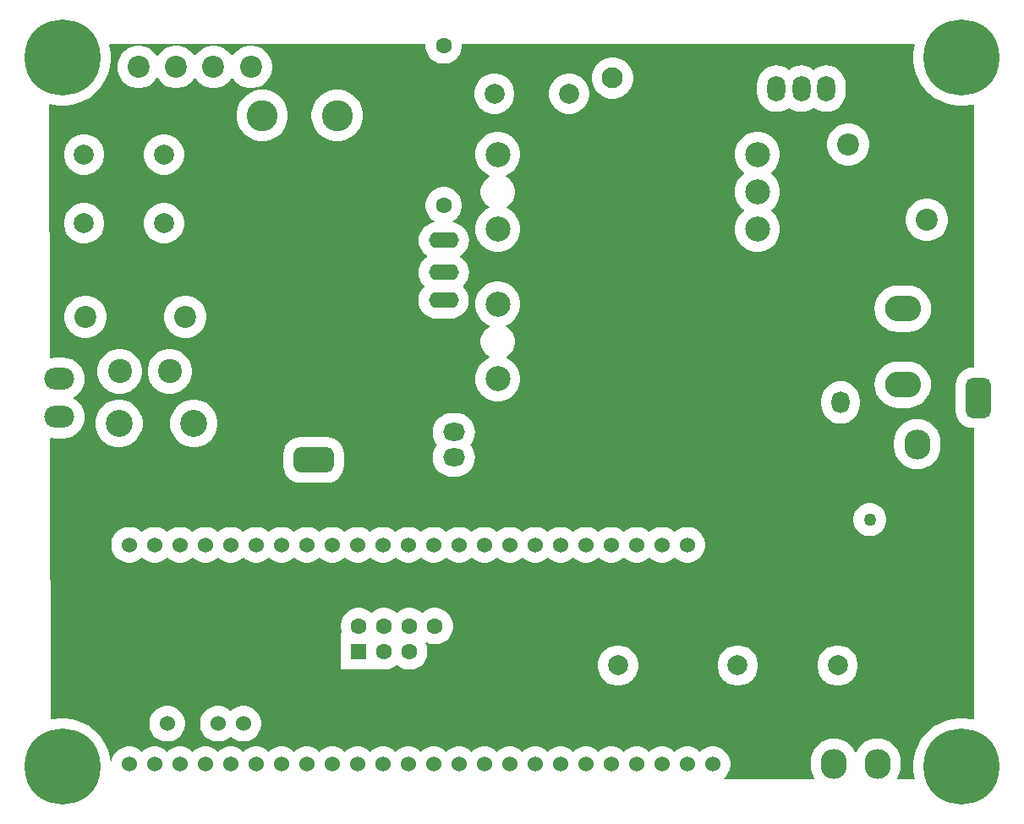
<source format=gtl>
G04*
G04 #@! TF.GenerationSoftware,Altium Limited,Altium Designer,22.3.1 (43)*
G04*
G04 Layer_Physical_Order=1*
G04 Layer_Color=255*
%FSLAX25Y25*%
%MOIN*%
G70*
G04*
G04 #@! TF.SameCoordinates,C0646150-8C3F-47E1-8FD3-6E96B4F631F1*
G04*
G04*
G04 #@! TF.FilePolarity,Positive*
G04*
G01*
G75*
%ADD49C,0.09449*%
%ADD50C,0.06000*%
%ADD51O,0.08661X0.07087*%
%ADD52C,0.12205*%
%ADD53O,0.07087X0.08661*%
%ADD54C,0.08661*%
%ADD55C,0.08661*%
%ADD56C,0.10630*%
%ADD57C,0.07874*%
%ADD58C,0.09843*%
%ADD59O,0.07087X0.10236*%
%ADD60O,0.11811X0.06299*%
%ADD61O,0.14173X0.10236*%
%ADD62C,0.06299*%
%ADD63O,0.10236X0.11811*%
%ADD64C,0.08268*%
%ADD65C,0.30000*%
%ADD66C,0.04000*%
%ADD67C,0.06300*%
%ADD68R,0.06300X0.06300*%
%ADD69C,0.07874*%
%ADD70O,0.11811X0.08661*%
G04:AMPARAMS|DCode=71|XSize=157.48mil|YSize=98.43mil|CornerRadius=24.61mil|HoleSize=0mil|Usage=FLASHONLY|Rotation=180.000|XOffset=0mil|YOffset=0mil|HoleType=Round|Shape=RoundedRectangle|*
%AMROUNDEDRECTD71*
21,1,0.15748,0.04921,0,0,180.0*
21,1,0.10827,0.09843,0,0,180.0*
1,1,0.04921,-0.05413,0.02461*
1,1,0.04921,0.05413,0.02461*
1,1,0.04921,0.05413,-0.02461*
1,1,0.04921,-0.05413,-0.02461*
%
%ADD71ROUNDEDRECTD71*%
G04:AMPARAMS|DCode=72|XSize=157.48mil|YSize=98.43mil|CornerRadius=24.61mil|HoleSize=0mil|Usage=FLASHONLY|Rotation=90.000|XOffset=0mil|YOffset=0mil|HoleType=Round|Shape=RoundedRectangle|*
%AMROUNDEDRECTD72*
21,1,0.15748,0.04921,0,0,90.0*
21,1,0.10827,0.09843,0,0,90.0*
1,1,0.04921,0.02461,0.05413*
1,1,0.04921,0.02461,-0.05413*
1,1,0.04921,-0.02461,-0.05413*
1,1,0.04921,-0.02461,0.05413*
%
%ADD72ROUNDEDRECTD72*%
%ADD73C,0.05000*%
G36*
X353679Y302103D02*
X353372Y300959D01*
X353047Y298489D01*
Y295999D01*
X353372Y293529D01*
X354017Y291124D01*
X354970Y288823D01*
X356215Y286666D01*
X357732Y284690D01*
X359493Y282928D01*
X361469Y281412D01*
X363626Y280167D01*
X365927Y279214D01*
X368333Y278569D01*
X370802Y278244D01*
X373292D01*
X375762Y278569D01*
X376603Y278795D01*
X377000Y278490D01*
Y174966D01*
X376378D01*
X375112Y174841D01*
X373894Y174472D01*
X372771Y173872D01*
X371788Y173064D01*
X370980Y172081D01*
X370380Y170958D01*
X370011Y169740D01*
X369886Y168474D01*
Y157647D01*
X370011Y156381D01*
X370380Y155163D01*
X370980Y154041D01*
X371788Y153057D01*
X372771Y152249D01*
X373894Y151649D01*
X375112Y151280D01*
X376378Y151155D01*
X377000D01*
Y36470D01*
X376603Y36166D01*
X375762Y36391D01*
X373292Y36717D01*
X370802D01*
X368333Y36391D01*
X365927Y35747D01*
X363626Y34794D01*
X361469Y33549D01*
X359493Y32032D01*
X357732Y30271D01*
X356215Y28295D01*
X354970Y26138D01*
X354017Y23837D01*
X353372Y21431D01*
X353047Y18962D01*
Y16471D01*
X353372Y14002D01*
X353668Y12897D01*
X353364Y12500D01*
X346832D01*
X346660Y13000D01*
X347465Y14506D01*
X347986Y16225D01*
X348162Y18013D01*
Y19587D01*
X347986Y21375D01*
X347465Y23094D01*
X346618Y24678D01*
X345479Y26066D01*
X344090Y27206D01*
X342506Y28052D01*
X340788Y28574D01*
X339000Y28750D01*
X337213Y28574D01*
X335494Y28052D01*
X333910Y27206D01*
X332521Y26066D01*
X331382Y24678D01*
X330683Y23371D01*
X330117D01*
X329418Y24678D01*
X328279Y26066D01*
X326890Y27206D01*
X325306Y28052D01*
X323587Y28574D01*
X321800Y28750D01*
X320013Y28574D01*
X318294Y28052D01*
X316710Y27206D01*
X315321Y26066D01*
X314182Y24678D01*
X313335Y23094D01*
X312814Y21375D01*
X312638Y19587D01*
Y18013D01*
X312814Y16225D01*
X313335Y14506D01*
X314140Y13000D01*
X313968Y12500D01*
X278481D01*
X278336Y12979D01*
X278462Y13063D01*
X279437Y14038D01*
X280203Y15185D01*
X280731Y16458D01*
X281000Y17811D01*
Y19190D01*
X280731Y20542D01*
X280203Y21816D01*
X279437Y22963D01*
X278462Y23938D01*
X277316Y24704D01*
X276042Y25231D01*
X274689Y25500D01*
X273311D01*
X271958Y25231D01*
X270684Y24704D01*
X269538Y23938D01*
X269000Y23400D01*
X268462Y23938D01*
X267316Y24704D01*
X266042Y25231D01*
X264689Y25500D01*
X263311D01*
X261958Y25231D01*
X260684Y24704D01*
X259538Y23938D01*
X259000Y23400D01*
X258462Y23938D01*
X257316Y24704D01*
X256042Y25231D01*
X254689Y25500D01*
X253311D01*
X251958Y25231D01*
X250684Y24704D01*
X249538Y23938D01*
X249000Y23400D01*
X248462Y23938D01*
X247316Y24704D01*
X246042Y25231D01*
X244689Y25500D01*
X243311D01*
X241958Y25231D01*
X240684Y24704D01*
X239538Y23938D01*
X239000Y23400D01*
X238462Y23938D01*
X237316Y24704D01*
X236042Y25231D01*
X234689Y25500D01*
X233311D01*
X231958Y25231D01*
X230684Y24704D01*
X229538Y23938D01*
X229000Y23400D01*
X228462Y23938D01*
X227316Y24704D01*
X226042Y25231D01*
X224689Y25500D01*
X223311D01*
X221958Y25231D01*
X220684Y24704D01*
X219538Y23938D01*
X219000Y23400D01*
X218462Y23938D01*
X217316Y24704D01*
X216042Y25231D01*
X214689Y25500D01*
X213311D01*
X211958Y25231D01*
X210684Y24704D01*
X209538Y23938D01*
X209000Y23400D01*
X208462Y23938D01*
X207316Y24704D01*
X206042Y25231D01*
X204689Y25500D01*
X203311D01*
X201958Y25231D01*
X200684Y24704D01*
X199538Y23938D01*
X199000Y23400D01*
X198462Y23938D01*
X197316Y24704D01*
X196042Y25231D01*
X194689Y25500D01*
X193311D01*
X191958Y25231D01*
X190684Y24704D01*
X189538Y23938D01*
X189000Y23400D01*
X188462Y23938D01*
X187316Y24704D01*
X186042Y25231D01*
X184689Y25500D01*
X183311D01*
X181958Y25231D01*
X180684Y24704D01*
X179538Y23938D01*
X179000Y23400D01*
X178462Y23938D01*
X177316Y24704D01*
X176042Y25231D01*
X174689Y25500D01*
X173311D01*
X171958Y25231D01*
X170684Y24704D01*
X169538Y23938D01*
X169000Y23400D01*
X168462Y23938D01*
X167316Y24704D01*
X166042Y25231D01*
X164689Y25500D01*
X163311D01*
X161958Y25231D01*
X160684Y24704D01*
X159538Y23938D01*
X159000Y23400D01*
X158462Y23938D01*
X157316Y24704D01*
X156042Y25231D01*
X154689Y25500D01*
X153311D01*
X151958Y25231D01*
X150684Y24704D01*
X149538Y23938D01*
X149000Y23400D01*
X148462Y23938D01*
X147316Y24704D01*
X146042Y25231D01*
X144689Y25500D01*
X143311D01*
X141958Y25231D01*
X140684Y24704D01*
X139538Y23938D01*
X139000Y23400D01*
X138462Y23938D01*
X137316Y24704D01*
X136042Y25231D01*
X134689Y25500D01*
X133311D01*
X131958Y25231D01*
X130684Y24704D01*
X129538Y23938D01*
X129000Y23400D01*
X128462Y23938D01*
X127316Y24704D01*
X126042Y25231D01*
X124689Y25500D01*
X123311D01*
X121958Y25231D01*
X120684Y24704D01*
X119538Y23938D01*
X119000Y23400D01*
X118462Y23938D01*
X117316Y24704D01*
X116042Y25231D01*
X114689Y25500D01*
X113311D01*
X111958Y25231D01*
X110684Y24704D01*
X109538Y23938D01*
X109000Y23400D01*
X108462Y23938D01*
X107316Y24704D01*
X106042Y25231D01*
X104689Y25500D01*
X103311D01*
X101958Y25231D01*
X100684Y24704D01*
X99538Y23938D01*
X99000Y23400D01*
X98462Y23938D01*
X97316Y24704D01*
X96042Y25231D01*
X94689Y25500D01*
X93311D01*
X91958Y25231D01*
X90684Y24704D01*
X89538Y23938D01*
X89000Y23400D01*
X88462Y23938D01*
X87316Y24704D01*
X86042Y25231D01*
X84689Y25500D01*
X83311D01*
X81958Y25231D01*
X80684Y24704D01*
X79538Y23938D01*
X79000Y23400D01*
X78462Y23938D01*
X77316Y24704D01*
X76042Y25231D01*
X74689Y25500D01*
X73311D01*
X71958Y25231D01*
X70684Y24704D01*
X69538Y23938D01*
X69000Y23400D01*
X68462Y23938D01*
X67316Y24704D01*
X66042Y25231D01*
X64689Y25500D01*
X63311D01*
X61958Y25231D01*
X60684Y24704D01*
X59538Y23938D01*
X59000Y23400D01*
X58462Y23938D01*
X57316Y24704D01*
X56042Y25231D01*
X54689Y25500D01*
X53311D01*
X51958Y25231D01*
X50684Y24704D01*
X49538Y23938D01*
X49000Y23400D01*
X48462Y23938D01*
X47316Y24704D01*
X46042Y25231D01*
X44689Y25500D01*
X43311D01*
X41958Y25231D01*
X40684Y24704D01*
X39538Y23938D01*
X38563Y22963D01*
X37797Y21816D01*
X37269Y20542D01*
X37115Y19767D01*
X36608Y19784D01*
X36391Y21431D01*
X35747Y23837D01*
X34794Y26138D01*
X33548Y28295D01*
X32032Y30271D01*
X30271Y32032D01*
X28295Y33549D01*
X26138Y34794D01*
X23837Y35747D01*
X21431Y36391D01*
X18962Y36717D01*
X16471D01*
X14002Y36391D01*
X13355Y36218D01*
X12958Y36522D01*
X12768Y147029D01*
X13169Y147327D01*
X13292Y147290D01*
X14925Y147129D01*
X18075D01*
X19708Y147290D01*
X21278Y147766D01*
X22726Y148540D01*
X23994Y149581D01*
X25035Y150849D01*
X25809Y152297D01*
X26285Y153867D01*
X26446Y155500D01*
X26285Y157133D01*
X25809Y158703D01*
X25035Y160151D01*
X23994Y161419D01*
X22726Y162460D01*
X22183Y162750D01*
Y163250D01*
X22726Y163540D01*
X23994Y164581D01*
X25035Y165849D01*
X25809Y167297D01*
X26285Y168867D01*
X26446Y170500D01*
X26285Y172133D01*
X25809Y173704D01*
X25035Y175151D01*
X23994Y176419D01*
X22726Y177460D01*
X21278Y178234D01*
X19708Y178710D01*
X18075Y178871D01*
X14925D01*
X13292Y178710D01*
X13115Y178656D01*
X12713Y178954D01*
X12541Y278550D01*
X12938Y278854D01*
X14002Y278569D01*
X16471Y278244D01*
X18962D01*
X21431Y278569D01*
X23837Y279214D01*
X26138Y280167D01*
X28295Y281412D01*
X30271Y282928D01*
X32032Y284690D01*
X33548Y286666D01*
X34794Y288823D01*
X35747Y291124D01*
X36391Y293529D01*
X36717Y295999D01*
Y298489D01*
X36391Y300959D01*
X36085Y302103D01*
X36389Y302500D01*
X160850D01*
Y301292D01*
X161125Y299911D01*
X161664Y298609D01*
X162447Y297438D01*
X163442Y296443D01*
X164613Y295660D01*
X165915Y295121D01*
X167296Y294846D01*
X168704D01*
X170086Y295121D01*
X171387Y295660D01*
X172558Y296443D01*
X173554Y297438D01*
X174336Y298609D01*
X174875Y299911D01*
X175150Y301292D01*
Y302500D01*
X353375D01*
X353679Y302103D01*
D02*
G37*
%LPC*%
G36*
X92848Y301831D02*
X91207D01*
X89597Y301511D01*
X88081Y300883D01*
X86717Y299971D01*
X85557Y298811D01*
X84895Y297821D01*
X84395D01*
X83735Y298811D01*
X82574Y299971D01*
X81210Y300883D01*
X79694Y301511D01*
X78084Y301831D01*
X76443D01*
X74834Y301511D01*
X73317Y300883D01*
X71953Y299971D01*
X70793Y298811D01*
X70132Y297821D01*
X69632D01*
X68971Y298811D01*
X67810Y299971D01*
X66446Y300883D01*
X64930Y301511D01*
X63320Y301831D01*
X61680D01*
X60070Y301511D01*
X58554Y300883D01*
X57190Y299971D01*
X56029Y298811D01*
X55368Y297821D01*
X54868D01*
X54207Y298811D01*
X53047Y299971D01*
X51682Y300883D01*
X50166Y301511D01*
X48557Y301831D01*
X46916D01*
X45306Y301511D01*
X43790Y300883D01*
X42426Y299971D01*
X41265Y298811D01*
X40354Y297446D01*
X39726Y295930D01*
X39406Y294321D01*
Y292680D01*
X39726Y291070D01*
X40354Y289554D01*
X41265Y288190D01*
X42426Y287029D01*
X43790Y286118D01*
X45306Y285490D01*
X46916Y285169D01*
X48557D01*
X50166Y285490D01*
X51682Y286118D01*
X53047Y287029D01*
X54207Y288190D01*
X54868Y289179D01*
X55368D01*
X56029Y288190D01*
X57190Y287029D01*
X58554Y286118D01*
X60070Y285490D01*
X61680Y285169D01*
X63320D01*
X64930Y285490D01*
X66446Y286118D01*
X67810Y287029D01*
X68971Y288190D01*
X69632Y289179D01*
X70132D01*
X70793Y288190D01*
X71953Y287029D01*
X73317Y286118D01*
X74834Y285490D01*
X76443Y285169D01*
X78084D01*
X79694Y285490D01*
X81210Y286118D01*
X82574Y287029D01*
X83735Y288190D01*
X84395Y289179D01*
X84895D01*
X85557Y288190D01*
X86717Y287029D01*
X88081Y286118D01*
X89597Y285490D01*
X91207Y285169D01*
X92848D01*
X94457Y285490D01*
X95973Y286118D01*
X97338Y287029D01*
X98498Y288190D01*
X99410Y289554D01*
X100038Y291070D01*
X100358Y292680D01*
Y294321D01*
X100038Y295930D01*
X99410Y297446D01*
X98498Y298811D01*
X97338Y299971D01*
X95973Y300883D01*
X94457Y301511D01*
X92848Y301831D01*
D02*
G37*
G36*
X318842Y294155D02*
X317364Y294009D01*
X315942Y293578D01*
X314631Y292877D01*
X313921Y292294D01*
X313211Y292877D01*
X311900Y293578D01*
X310479Y294009D01*
X309000Y294155D01*
X307521Y294009D01*
X306099Y293578D01*
X304789Y292877D01*
X304079Y292295D01*
X303368Y292877D01*
X302058Y293578D01*
X300636Y294009D01*
X299157Y294155D01*
X297679Y294009D01*
X296257Y293578D01*
X294946Y292877D01*
X293798Y291935D01*
X292855Y290786D01*
X292155Y289475D01*
X291723Y288054D01*
X291578Y286575D01*
Y283425D01*
X291723Y281946D01*
X292155Y280525D01*
X292855Y279214D01*
X293798Y278065D01*
X294946Y277123D01*
X296257Y276422D01*
X297679Y275991D01*
X299157Y275845D01*
X300636Y275991D01*
X302058Y276422D01*
X303368Y277123D01*
X304079Y277706D01*
X304789Y277123D01*
X306099Y276422D01*
X307521Y275991D01*
X309000Y275845D01*
X310479Y275991D01*
X311900Y276422D01*
X313211Y277123D01*
X313921Y277706D01*
X314631Y277123D01*
X315942Y276422D01*
X317364Y275991D01*
X318842Y275845D01*
X320321Y275991D01*
X321743Y276422D01*
X323054Y277123D01*
X324202Y278065D01*
X325145Y279214D01*
X325845Y280525D01*
X326277Y281946D01*
X326422Y283425D01*
Y286575D01*
X326277Y288054D01*
X325845Y289475D01*
X325145Y290786D01*
X324202Y291935D01*
X323054Y292877D01*
X321743Y293578D01*
X320321Y294009D01*
X318842Y294155D01*
D02*
G37*
G36*
X235301Y297394D02*
X233699D01*
X232127Y297082D01*
X230647Y296469D01*
X229315Y295579D01*
X228182Y294446D01*
X227292Y293113D01*
X226679Y291633D01*
X226366Y290062D01*
Y288459D01*
X226679Y286888D01*
X227292Y285408D01*
X228182Y284076D01*
X229315Y282943D01*
X230647Y282052D01*
X232127Y281439D01*
X233699Y281127D01*
X235301D01*
X236873Y281439D01*
X238353Y282052D01*
X239685Y282943D01*
X240818Y284076D01*
X241708Y285408D01*
X242321Y286888D01*
X242634Y288459D01*
Y290062D01*
X242321Y291633D01*
X241708Y293113D01*
X240818Y294446D01*
X239685Y295579D01*
X238353Y296469D01*
X236873Y297082D01*
X235301Y297394D01*
D02*
G37*
G36*
X218282Y290937D02*
X216718D01*
X215185Y290632D01*
X213740Y290034D01*
X212440Y289165D01*
X211335Y288059D01*
X210466Y286760D01*
X209868Y285315D01*
X209563Y283782D01*
Y282218D01*
X209868Y280685D01*
X210466Y279240D01*
X211335Y277941D01*
X212440Y276835D01*
X213740Y275966D01*
X215185Y275368D01*
X216718Y275063D01*
X218282D01*
X219815Y275368D01*
X221260Y275966D01*
X222559Y276835D01*
X223665Y277941D01*
X224534Y279240D01*
X225132Y280685D01*
X225437Y282218D01*
Y283782D01*
X225132Y285315D01*
X224534Y286760D01*
X223665Y288059D01*
X222559Y289165D01*
X221260Y290034D01*
X219815Y290632D01*
X218282Y290937D01*
D02*
G37*
G36*
X188754D02*
X187191D01*
X185657Y290632D01*
X184213Y290034D01*
X182913Y289165D01*
X181807Y288059D01*
X180939Y286760D01*
X180340Y285315D01*
X180035Y283782D01*
Y282218D01*
X180340Y280685D01*
X180939Y279240D01*
X181807Y277941D01*
X182913Y276835D01*
X184213Y275966D01*
X185657Y275368D01*
X187191Y275063D01*
X188754D01*
X190287Y275368D01*
X191732Y275966D01*
X193032Y276835D01*
X194138Y277941D01*
X195006Y279240D01*
X195604Y280685D01*
X195909Y282218D01*
Y283782D01*
X195604Y285315D01*
X195006Y286760D01*
X194138Y288059D01*
X193032Y289165D01*
X191732Y290034D01*
X190287Y290632D01*
X188754Y290937D01*
D02*
G37*
G36*
X127023Y284563D02*
X125033D01*
X123081Y284175D01*
X121242Y283413D01*
X119588Y282308D01*
X118181Y280901D01*
X117075Y279246D01*
X116314Y277407D01*
X115925Y275456D01*
Y273466D01*
X116314Y271514D01*
X117075Y269675D01*
X118181Y268021D01*
X119588Y266614D01*
X121242Y265508D01*
X123081Y264746D01*
X125033Y264358D01*
X127023D01*
X128974Y264746D01*
X130813Y265508D01*
X132467Y266614D01*
X133875Y268021D01*
X134980Y269675D01*
X135742Y271514D01*
X136130Y273466D01*
Y275456D01*
X135742Y277407D01*
X134980Y279246D01*
X133875Y280901D01*
X132467Y282308D01*
X130813Y283413D01*
X128974Y284175D01*
X127023Y284563D01*
D02*
G37*
G36*
X97495D02*
X95505D01*
X93553Y284175D01*
X91715Y283413D01*
X90060Y282308D01*
X88653Y280901D01*
X87547Y279246D01*
X86786Y277407D01*
X86398Y275456D01*
Y273466D01*
X86786Y271514D01*
X87547Y269675D01*
X88653Y268021D01*
X90060Y266614D01*
X91715Y265508D01*
X93553Y264746D01*
X95505Y264358D01*
X97495D01*
X99447Y264746D01*
X101285Y265508D01*
X102940Y266614D01*
X104347Y268021D01*
X105453Y269675D01*
X106214Y271514D01*
X106602Y273466D01*
Y275456D01*
X106214Y277407D01*
X105453Y279246D01*
X104347Y280901D01*
X102940Y282308D01*
X101285Y283413D01*
X99447Y284175D01*
X97495Y284563D01*
D02*
G37*
G36*
X328321Y271331D02*
X326679D01*
X325070Y271011D01*
X323554Y270383D01*
X322189Y269471D01*
X321029Y268310D01*
X320117Y266946D01*
X319489Y265430D01*
X319169Y263821D01*
Y262179D01*
X319489Y260570D01*
X320117Y259054D01*
X321029Y257689D01*
X322189Y256529D01*
X323554Y255617D01*
X325070Y254989D01*
X326679Y254669D01*
X328321D01*
X329930Y254989D01*
X331446Y255617D01*
X332810Y256529D01*
X333971Y257689D01*
X334883Y259054D01*
X335511Y260570D01*
X335831Y262179D01*
Y263821D01*
X335511Y265430D01*
X334883Y266946D01*
X333971Y268310D01*
X332810Y269471D01*
X331446Y270383D01*
X329930Y271011D01*
X328321Y271331D01*
D02*
G37*
G36*
X58530Y266980D02*
X56966D01*
X55433Y266675D01*
X53988Y266077D01*
X52688Y265209D01*
X51583Y264103D01*
X50714Y262803D01*
X50116Y261359D01*
X49811Y259825D01*
Y258262D01*
X50116Y256728D01*
X50714Y255284D01*
X51583Y253984D01*
X52688Y252878D01*
X53988Y252010D01*
X55433Y251412D01*
X56966Y251106D01*
X58530D01*
X60063Y251412D01*
X61508Y252010D01*
X62808Y252878D01*
X63913Y253984D01*
X64782Y255284D01*
X65380Y256728D01*
X65685Y258262D01*
Y259825D01*
X65380Y261359D01*
X64782Y262803D01*
X63913Y264103D01*
X62808Y265209D01*
X61508Y266077D01*
X60063Y266675D01*
X58530Y266980D01*
D02*
G37*
G36*
X27034D02*
X25470D01*
X23937Y266675D01*
X22492Y266077D01*
X21192Y265209D01*
X20087Y264103D01*
X19218Y262803D01*
X18620Y261359D01*
X18315Y259825D01*
Y258262D01*
X18620Y256728D01*
X19218Y255284D01*
X20087Y253984D01*
X21192Y252878D01*
X22492Y252010D01*
X23937Y251412D01*
X25470Y251106D01*
X27034D01*
X28567Y251412D01*
X30012Y252010D01*
X31312Y252878D01*
X32417Y253984D01*
X33286Y255284D01*
X33884Y256728D01*
X34189Y258262D01*
Y259825D01*
X33884Y261359D01*
X33286Y262803D01*
X32417Y264103D01*
X31312Y265209D01*
X30012Y266077D01*
X28567Y266675D01*
X27034Y266980D01*
D02*
G37*
G36*
X359320Y241591D02*
X357680D01*
X356070Y241271D01*
X354554Y240643D01*
X353189Y239732D01*
X352029Y238571D01*
X351117Y237207D01*
X350489Y235691D01*
X350169Y234081D01*
Y232440D01*
X350489Y230831D01*
X351117Y229315D01*
X352029Y227950D01*
X353189Y226790D01*
X354554Y225878D01*
X356070Y225250D01*
X357680Y224930D01*
X359320D01*
X360930Y225250D01*
X362446Y225878D01*
X363810Y226790D01*
X364971Y227950D01*
X365883Y229315D01*
X366511Y230831D01*
X366831Y232440D01*
Y234081D01*
X366511Y235691D01*
X365883Y237207D01*
X364971Y238571D01*
X363810Y239732D01*
X362446Y240643D01*
X360930Y241271D01*
X359320Y241591D01*
D02*
G37*
G36*
X58530Y239815D02*
X56966D01*
X55433Y239510D01*
X53988Y238912D01*
X52688Y238043D01*
X51583Y236938D01*
X50714Y235638D01*
X50116Y234193D01*
X49811Y232660D01*
Y231096D01*
X50116Y229563D01*
X50714Y228118D01*
X51583Y226818D01*
X52688Y225713D01*
X53988Y224844D01*
X55433Y224246D01*
X56966Y223941D01*
X58530D01*
X60063Y224246D01*
X61508Y224844D01*
X62808Y225713D01*
X63913Y226818D01*
X64782Y228118D01*
X65380Y229563D01*
X65685Y231096D01*
Y232660D01*
X65380Y234193D01*
X64782Y235638D01*
X63913Y236938D01*
X62808Y238043D01*
X61508Y238912D01*
X60063Y239510D01*
X58530Y239815D01*
D02*
G37*
G36*
X27034D02*
X25470D01*
X23937Y239510D01*
X22492Y238912D01*
X21192Y238043D01*
X20087Y236938D01*
X19218Y235638D01*
X18620Y234193D01*
X18315Y232660D01*
Y231096D01*
X18620Y229563D01*
X19218Y228118D01*
X20087Y226818D01*
X21192Y225713D01*
X22492Y224844D01*
X23937Y224246D01*
X25470Y223941D01*
X27034D01*
X28567Y224246D01*
X30012Y224844D01*
X31312Y225713D01*
X32417Y226818D01*
X33286Y228118D01*
X33884Y229563D01*
X34189Y231096D01*
Y232660D01*
X33884Y234193D01*
X33286Y235638D01*
X32417Y236938D01*
X31312Y238043D01*
X30012Y238912D01*
X28567Y239510D01*
X27034Y239815D01*
D02*
G37*
G36*
X292560Y268022D02*
X290803D01*
X289079Y267680D01*
X287455Y267007D01*
X285994Y266031D01*
X284752Y264788D01*
X283775Y263327D01*
X283103Y261703D01*
X282760Y259980D01*
Y258223D01*
X283103Y256499D01*
X283775Y254875D01*
X284752Y253414D01*
X285994Y252172D01*
X286297Y251969D01*
Y251469D01*
X285994Y251267D01*
X284752Y250024D01*
X283775Y248563D01*
X283103Y246940D01*
X282760Y245216D01*
Y243459D01*
X283103Y241735D01*
X283775Y240112D01*
X284752Y238650D01*
X285994Y237408D01*
X286297Y237206D01*
Y236705D01*
X285994Y236503D01*
X284752Y235261D01*
X283775Y233799D01*
X283103Y232176D01*
X282760Y230452D01*
Y228695D01*
X283103Y226971D01*
X283775Y225348D01*
X284752Y223887D01*
X285994Y222644D01*
X287455Y221668D01*
X289079Y220995D01*
X290803Y220652D01*
X292560D01*
X294283Y220995D01*
X295907Y221668D01*
X297368Y222644D01*
X298611Y223887D01*
X299587Y225348D01*
X300260Y226971D01*
X300603Y228695D01*
Y230452D01*
X300260Y232176D01*
X299587Y233799D01*
X298611Y235261D01*
X297368Y236503D01*
X297065Y236705D01*
Y237206D01*
X297368Y237408D01*
X298611Y238650D01*
X299587Y240112D01*
X300260Y241735D01*
X300603Y243459D01*
Y245216D01*
X300260Y246940D01*
X299587Y248563D01*
X298611Y250024D01*
X297368Y251267D01*
X297065Y251469D01*
Y251969D01*
X297368Y252172D01*
X298611Y253414D01*
X299587Y254875D01*
X300260Y256499D01*
X300603Y258223D01*
Y259980D01*
X300260Y261703D01*
X299587Y263327D01*
X298611Y264788D01*
X297368Y266031D01*
X295907Y267007D01*
X294283Y267680D01*
X292560Y268022D01*
D02*
G37*
G36*
X190198D02*
X188440D01*
X186717Y267680D01*
X185093Y267007D01*
X183632Y266031D01*
X182389Y264788D01*
X181413Y263327D01*
X180741Y261703D01*
X180398Y259980D01*
Y258223D01*
X180741Y256499D01*
X181413Y254875D01*
X182389Y253414D01*
X183632Y252172D01*
X185093Y251195D01*
X186123Y250769D01*
Y250228D01*
X186119Y250226D01*
X185012Y249487D01*
X184071Y248546D01*
X183332Y247439D01*
X182823Y246210D01*
X182563Y244904D01*
Y243574D01*
X182823Y242268D01*
X183332Y241039D01*
X184071Y239932D01*
X185012Y238991D01*
X185940Y238371D01*
X185918Y237821D01*
X185093Y237479D01*
X183632Y236503D01*
X182389Y235260D01*
X181413Y233799D01*
X180741Y232176D01*
X180398Y230452D01*
Y228695D01*
X180741Y226971D01*
X181413Y225348D01*
X182389Y223886D01*
X183632Y222644D01*
X185093Y221668D01*
X186717Y220995D01*
X188440Y220652D01*
X190198D01*
X191921Y220995D01*
X193545Y221668D01*
X195006Y222644D01*
X196249Y223886D01*
X197225Y225348D01*
X197897Y226971D01*
X198240Y228695D01*
Y230452D01*
X197897Y232176D01*
X197225Y233799D01*
X196249Y235260D01*
X195006Y236503D01*
X193545Y237479D01*
X192720Y237821D01*
X192698Y238371D01*
X193626Y238991D01*
X194567Y239932D01*
X195306Y241039D01*
X195815Y242268D01*
X196075Y243574D01*
Y244904D01*
X195815Y246210D01*
X195306Y247439D01*
X194567Y248546D01*
X193626Y249487D01*
X192519Y250226D01*
X192515Y250228D01*
Y250769D01*
X193545Y251195D01*
X195006Y252172D01*
X196249Y253414D01*
X197225Y254875D01*
X197897Y256499D01*
X198240Y258223D01*
Y259980D01*
X197897Y261703D01*
X197225Y263327D01*
X196249Y264788D01*
X195006Y266031D01*
X193545Y267007D01*
X191921Y267680D01*
X190198Y268022D01*
D02*
G37*
G36*
X168704Y246154D02*
X167296D01*
X165915Y245879D01*
X164613Y245340D01*
X163442Y244557D01*
X162447Y243562D01*
X161664Y242391D01*
X161125Y241090D01*
X160850Y239708D01*
Y238300D01*
X161125Y236919D01*
X161664Y235617D01*
X162447Y234446D01*
X163442Y233451D01*
X164482Y232756D01*
X164381Y232243D01*
X163902Y232196D01*
X162555Y231787D01*
X161313Y231123D01*
X160224Y230230D01*
X159331Y229141D01*
X158667Y227899D01*
X158258Y226552D01*
X158120Y225150D01*
X158258Y223748D01*
X158667Y222401D01*
X159331Y221159D01*
X160224Y220070D01*
X161313Y219177D01*
X161473Y219091D01*
Y218591D01*
X161253Y218474D01*
X160164Y217580D01*
X159271Y216491D01*
X158607Y215249D01*
X158198Y213902D01*
X158060Y212500D01*
X158198Y211099D01*
X158607Y209751D01*
X159271Y208509D01*
X160164Y207420D01*
X160373Y207248D01*
Y206748D01*
X160144Y206560D01*
X159251Y205471D01*
X158587Y204229D01*
X158178Y202882D01*
X158040Y201480D01*
X158178Y200079D01*
X158587Y198731D01*
X159251Y197489D01*
X160144Y196400D01*
X161233Y195507D01*
X162475Y194843D01*
X163823Y194434D01*
X165224Y194296D01*
X170736D01*
X172137Y194434D01*
X173485Y194843D01*
X174727Y195507D01*
X175816Y196400D01*
X176709Y197489D01*
X177373Y198731D01*
X177782Y200079D01*
X177920Y201480D01*
X177782Y202882D01*
X177373Y204229D01*
X176709Y205471D01*
X175816Y206560D01*
X175607Y206732D01*
Y207232D01*
X175836Y207420D01*
X176729Y208509D01*
X177393Y209751D01*
X177802Y211099D01*
X177940Y212500D01*
X177802Y213902D01*
X177393Y215249D01*
X176729Y216491D01*
X175836Y217580D01*
X174747Y218474D01*
X174587Y218559D01*
Y219059D01*
X174807Y219177D01*
X175896Y220070D01*
X176789Y221159D01*
X177453Y222401D01*
X177862Y223748D01*
X178000Y225150D01*
X177862Y226552D01*
X177453Y227899D01*
X176789Y229141D01*
X175896Y230230D01*
X174807Y231123D01*
X173565Y231787D01*
X172218Y232196D01*
X171659Y232251D01*
X171533Y232766D01*
X172558Y233451D01*
X173554Y234446D01*
X174336Y235617D01*
X174875Y236919D01*
X175150Y238300D01*
Y239708D01*
X174875Y241090D01*
X174336Y242391D01*
X173554Y243562D01*
X172558Y244557D01*
X171387Y245340D01*
X170086Y245879D01*
X168704Y246154D01*
D02*
G37*
G36*
X350969Y207383D02*
X347031D01*
X345244Y207207D01*
X343525Y206686D01*
X341941Y205839D01*
X340553Y204700D01*
X339413Y203311D01*
X338567Y201728D01*
X338045Y200009D01*
X337869Y198221D01*
X338045Y196434D01*
X338567Y194715D01*
X339413Y193131D01*
X340553Y191743D01*
X341941Y190603D01*
X343525Y189756D01*
X345244Y189235D01*
X347031Y189059D01*
X350969D01*
X352756Y189235D01*
X354475Y189756D01*
X356059Y190603D01*
X357447Y191743D01*
X358587Y193131D01*
X359433Y194715D01*
X359955Y196434D01*
X360131Y198221D01*
X359955Y200009D01*
X359433Y201728D01*
X358587Y203311D01*
X357447Y204700D01*
X356059Y205839D01*
X354475Y206686D01*
X352756Y207207D01*
X350969Y207383D01*
D02*
G37*
G36*
X67005Y203331D02*
X65364D01*
X63755Y203011D01*
X62239Y202383D01*
X60874Y201471D01*
X59714Y200310D01*
X58802Y198946D01*
X58174Y197430D01*
X57854Y195820D01*
Y194179D01*
X58174Y192570D01*
X58802Y191054D01*
X59714Y189690D01*
X60874Y188529D01*
X62239Y187617D01*
X63755Y186989D01*
X65364Y186669D01*
X67005D01*
X68615Y186989D01*
X70131Y187617D01*
X71495Y188529D01*
X72656Y189690D01*
X73568Y191054D01*
X74196Y192570D01*
X74516Y194179D01*
Y195820D01*
X74196Y197430D01*
X73568Y198946D01*
X72656Y200310D01*
X71495Y201471D01*
X70131Y202383D01*
X68615Y203011D01*
X67005Y203331D01*
D02*
G37*
G36*
X27635D02*
X25995D01*
X24385Y203011D01*
X22869Y202383D01*
X21505Y201471D01*
X20344Y200310D01*
X19432Y198946D01*
X18804Y197430D01*
X18484Y195820D01*
Y194179D01*
X18804Y192570D01*
X19432Y191054D01*
X20344Y189690D01*
X21505Y188529D01*
X22869Y187617D01*
X24385Y186989D01*
X25995Y186669D01*
X27635D01*
X29245Y186989D01*
X30761Y187617D01*
X32125Y188529D01*
X33286Y189690D01*
X34198Y191054D01*
X34826Y192570D01*
X35146Y194179D01*
Y195820D01*
X34826Y197430D01*
X34198Y198946D01*
X33286Y200310D01*
X32125Y201471D01*
X30761Y202383D01*
X29245Y203011D01*
X27635Y203331D01*
D02*
G37*
G36*
X60859Y182224D02*
X59141D01*
X57455Y181889D01*
X55867Y181231D01*
X54439Y180277D01*
X53223Y179061D01*
X52268Y177632D01*
X51611Y176045D01*
X51276Y174359D01*
Y172641D01*
X51611Y170955D01*
X52268Y169368D01*
X53223Y167938D01*
X54439Y166723D01*
X55867Y165769D01*
X57455Y165111D01*
X59141Y164776D01*
X60859D01*
X62545Y165111D01*
X64133Y165769D01*
X65561Y166723D01*
X66777Y167938D01*
X67731Y169368D01*
X68389Y170955D01*
X68724Y172641D01*
Y174359D01*
X68389Y176045D01*
X67731Y177632D01*
X66777Y179061D01*
X65561Y180277D01*
X64133Y181231D01*
X62545Y181889D01*
X60859Y182224D01*
D02*
G37*
G36*
X41174D02*
X39456D01*
X37770Y181889D01*
X36182Y181231D01*
X34754Y180277D01*
X33538Y179061D01*
X32583Y177632D01*
X31926Y176045D01*
X31591Y174359D01*
Y172641D01*
X31926Y170955D01*
X32583Y169368D01*
X33538Y167938D01*
X34754Y166723D01*
X36182Y165769D01*
X37770Y165111D01*
X39456Y164776D01*
X41174D01*
X42860Y165111D01*
X44448Y165769D01*
X45877Y166723D01*
X47092Y167938D01*
X48046Y169368D01*
X48704Y170955D01*
X49039Y172641D01*
Y174359D01*
X48704Y176045D01*
X48046Y177632D01*
X47092Y179061D01*
X45877Y180277D01*
X44448Y181231D01*
X42860Y181889D01*
X41174Y182224D01*
D02*
G37*
G36*
X190198Y208967D02*
X188440D01*
X186717Y208624D01*
X185093Y207952D01*
X183632Y206976D01*
X182389Y205733D01*
X181413Y204272D01*
X180741Y202648D01*
X180398Y200925D01*
Y199167D01*
X180741Y197444D01*
X181413Y195820D01*
X182389Y194359D01*
X183632Y193116D01*
X185093Y192140D01*
X186123Y191714D01*
Y191173D01*
X186119Y191171D01*
X185012Y190431D01*
X184071Y189490D01*
X183332Y188384D01*
X182823Y187154D01*
X182563Y185849D01*
Y184518D01*
X182823Y183213D01*
X183332Y181984D01*
X184071Y180877D01*
X185012Y179936D01*
X185940Y179316D01*
X185917Y178766D01*
X185093Y178425D01*
X183632Y177448D01*
X182389Y176206D01*
X181413Y174744D01*
X180741Y173121D01*
X180398Y171397D01*
Y169640D01*
X180741Y167916D01*
X181413Y166293D01*
X182389Y164832D01*
X183632Y163589D01*
X185093Y162613D01*
X186717Y161940D01*
X188440Y161597D01*
X190198D01*
X191921Y161940D01*
X193545Y162613D01*
X195006Y163589D01*
X196249Y164832D01*
X197225Y166293D01*
X197897Y167916D01*
X198240Y169640D01*
Y171397D01*
X197897Y173121D01*
X197225Y174744D01*
X196249Y176206D01*
X195006Y177448D01*
X193545Y178425D01*
X192721Y178766D01*
X192698Y179316D01*
X193626Y179936D01*
X194567Y180877D01*
X195306Y181984D01*
X195815Y183213D01*
X196075Y184518D01*
Y185849D01*
X195815Y187154D01*
X195306Y188384D01*
X194567Y189490D01*
X193626Y190431D01*
X192519Y191171D01*
X192515Y191173D01*
Y191714D01*
X193545Y192140D01*
X195006Y193116D01*
X196249Y194359D01*
X197225Y195820D01*
X197897Y197444D01*
X198240Y199167D01*
Y200925D01*
X197897Y202648D01*
X197225Y204272D01*
X196249Y205733D01*
X195006Y206976D01*
X193545Y207952D01*
X191921Y208624D01*
X190198Y208967D01*
D02*
G37*
G36*
X350969Y177462D02*
X347031D01*
X345244Y177286D01*
X343525Y176765D01*
X341941Y175918D01*
X340553Y174779D01*
X339413Y173390D01*
X338567Y171806D01*
X338045Y170088D01*
X337869Y168300D01*
X338045Y166513D01*
X338567Y164794D01*
X339413Y163210D01*
X340553Y161821D01*
X341941Y160682D01*
X343525Y159835D01*
X345244Y159314D01*
X347031Y159138D01*
X350969D01*
X352756Y159314D01*
X354475Y159835D01*
X356059Y160682D01*
X357447Y161821D01*
X358587Y163210D01*
X359433Y164794D01*
X359955Y166513D01*
X360131Y168300D01*
X359955Y170088D01*
X359433Y171806D01*
X358587Y173390D01*
X357447Y174779D01*
X356059Y175918D01*
X354475Y176765D01*
X352756Y177286D01*
X350969Y177462D01*
D02*
G37*
G36*
X324500Y169628D02*
X323021Y169482D01*
X321599Y169051D01*
X320289Y168350D01*
X319140Y167408D01*
X318198Y166259D01*
X317497Y164949D01*
X317066Y163527D01*
X316920Y162048D01*
Y160473D01*
X317066Y158994D01*
X317497Y157573D01*
X318198Y156262D01*
X319140Y155113D01*
X320289Y154171D01*
X321599Y153470D01*
X323021Y153039D01*
X324500Y152893D01*
X325979Y153039D01*
X327401Y153470D01*
X328711Y154171D01*
X329860Y155113D01*
X330802Y156262D01*
X331503Y157573D01*
X331934Y158994D01*
X332080Y160473D01*
Y162048D01*
X331934Y163527D01*
X331503Y164949D01*
X330802Y166259D01*
X329860Y167408D01*
X328711Y168350D01*
X327401Y169051D01*
X325979Y169482D01*
X324500Y169628D01*
D02*
G37*
G36*
X70445Y162315D02*
X68610D01*
X66811Y161957D01*
X65115Y161255D01*
X63590Y160235D01*
X62292Y158938D01*
X61273Y157412D01*
X60571Y155717D01*
X60213Y153917D01*
Y152083D01*
X60571Y150283D01*
X61273Y148588D01*
X62292Y147062D01*
X63590Y145765D01*
X65115Y144745D01*
X66811Y144043D01*
X68610Y143685D01*
X70445D01*
X72245Y144043D01*
X73940Y144745D01*
X75466Y145765D01*
X76763Y147062D01*
X77782Y148588D01*
X78485Y150283D01*
X78843Y152083D01*
Y153917D01*
X78485Y155717D01*
X77782Y157412D01*
X76763Y158938D01*
X75466Y160235D01*
X73940Y161255D01*
X72245Y161957D01*
X70445Y162315D01*
D02*
G37*
G36*
X40917D02*
X39083D01*
X37283Y161957D01*
X35588Y161255D01*
X34062Y160235D01*
X32765Y158938D01*
X31745Y157412D01*
X31043Y155717D01*
X30685Y153917D01*
Y152083D01*
X31043Y150283D01*
X31745Y148588D01*
X32765Y147062D01*
X34062Y145765D01*
X35588Y144745D01*
X37283Y144043D01*
X39083Y143685D01*
X40917D01*
X42717Y144043D01*
X44412Y144745D01*
X45938Y145765D01*
X47235Y147062D01*
X48255Y148588D01*
X48957Y150283D01*
X49315Y152083D01*
Y153917D01*
X48957Y155717D01*
X48255Y157412D01*
X47235Y158938D01*
X45938Y160235D01*
X44412Y161255D01*
X42717Y161957D01*
X40917Y162315D01*
D02*
G37*
G36*
X354700Y154710D02*
X352913Y154534D01*
X351194Y154013D01*
X349610Y153166D01*
X348221Y152027D01*
X347082Y150638D01*
X346235Y149054D01*
X345714Y147336D01*
X345538Y145548D01*
Y143973D01*
X345714Y142186D01*
X346235Y140467D01*
X347082Y138883D01*
X348221Y137495D01*
X349610Y136355D01*
X351194Y135508D01*
X352913Y134987D01*
X354700Y134811D01*
X356487Y134987D01*
X358206Y135508D01*
X359790Y136355D01*
X361179Y137495D01*
X362318Y138883D01*
X363165Y140467D01*
X363686Y142186D01*
X363862Y143973D01*
Y145548D01*
X363686Y147336D01*
X363165Y149054D01*
X362318Y150638D01*
X361179Y152027D01*
X359790Y153166D01*
X358206Y154013D01*
X356487Y154534D01*
X354700Y154710D01*
D02*
G37*
G36*
X172787Y157080D02*
X171213D01*
X169734Y156934D01*
X168312Y156503D01*
X167001Y155802D01*
X165853Y154860D01*
X164910Y153711D01*
X164210Y152401D01*
X163778Y150979D01*
X163633Y149500D01*
X163778Y148021D01*
X164210Y146599D01*
X164910Y145289D01*
X165558Y144500D01*
X164910Y143711D01*
X164210Y142401D01*
X163778Y140979D01*
X163633Y139500D01*
X163778Y138021D01*
X164210Y136599D01*
X164910Y135289D01*
X165853Y134140D01*
X167001Y133198D01*
X168312Y132497D01*
X169734Y132066D01*
X171213Y131920D01*
X172787D01*
X174266Y132066D01*
X175688Y132497D01*
X176998Y133198D01*
X178147Y134140D01*
X179090Y135289D01*
X179790Y136599D01*
X180222Y138021D01*
X180367Y139500D01*
X180222Y140979D01*
X179790Y142401D01*
X179090Y143711D01*
X178442Y144500D01*
X179090Y145289D01*
X179790Y146599D01*
X180222Y148021D01*
X180367Y149500D01*
X180222Y150979D01*
X179790Y152401D01*
X179090Y153711D01*
X178147Y154860D01*
X176998Y155802D01*
X175688Y156503D01*
X174266Y156934D01*
X172787Y157080D01*
D02*
G37*
G36*
X122146Y147513D02*
X111319D01*
X110052Y147388D01*
X108835Y147019D01*
X107712Y146419D01*
X106728Y145612D01*
X105921Y144628D01*
X105321Y143506D01*
X104952Y142288D01*
X104827Y141021D01*
Y136100D01*
X104952Y134834D01*
X105321Y133616D01*
X105921Y132493D01*
X106728Y131509D01*
X107712Y130702D01*
X108835Y130102D01*
X110052Y129733D01*
X111319Y129608D01*
X122146D01*
X123412Y129733D01*
X124630Y130102D01*
X125752Y130702D01*
X126736Y131509D01*
X127543Y132493D01*
X128143Y133616D01*
X128513Y134834D01*
X128638Y136100D01*
Y141021D01*
X128513Y142288D01*
X128143Y143506D01*
X127543Y144628D01*
X126736Y145612D01*
X125752Y146419D01*
X124630Y147019D01*
X123412Y147388D01*
X122146Y147513D01*
D02*
G37*
G36*
X264689Y112115D02*
X263311D01*
X261958Y111846D01*
X260684Y111319D01*
X259538Y110553D01*
X259000Y110015D01*
X258462Y110553D01*
X257316Y111319D01*
X256042Y111846D01*
X254689Y112115D01*
X253311D01*
X251958Y111846D01*
X250684Y111319D01*
X249538Y110553D01*
X249000Y110015D01*
X248462Y110553D01*
X247316Y111319D01*
X246042Y111846D01*
X244689Y112115D01*
X243311D01*
X241958Y111846D01*
X240684Y111319D01*
X239538Y110553D01*
X239000Y110015D01*
X238462Y110553D01*
X237316Y111319D01*
X236042Y111846D01*
X234689Y112115D01*
X233311D01*
X231958Y111846D01*
X230684Y111319D01*
X229538Y110553D01*
X229000Y110015D01*
X228462Y110553D01*
X227316Y111319D01*
X226042Y111846D01*
X224689Y112115D01*
X223311D01*
X221958Y111846D01*
X220684Y111319D01*
X219538Y110553D01*
X219000Y110015D01*
X218462Y110553D01*
X217316Y111319D01*
X216042Y111846D01*
X214689Y112115D01*
X213311D01*
X211958Y111846D01*
X210684Y111319D01*
X209538Y110553D01*
X209000Y110015D01*
X208462Y110553D01*
X207316Y111319D01*
X206042Y111846D01*
X204689Y112115D01*
X203311D01*
X201958Y111846D01*
X200684Y111319D01*
X199538Y110553D01*
X199000Y110015D01*
X198462Y110553D01*
X197316Y111319D01*
X196042Y111846D01*
X194689Y112115D01*
X193311D01*
X191958Y111846D01*
X190684Y111319D01*
X189538Y110553D01*
X189000Y110015D01*
X188462Y110553D01*
X187316Y111319D01*
X186042Y111846D01*
X184689Y112115D01*
X183311D01*
X181958Y111846D01*
X180684Y111319D01*
X179538Y110553D01*
X179000Y110015D01*
X178462Y110553D01*
X177316Y111319D01*
X176042Y111846D01*
X174689Y112115D01*
X173311D01*
X171958Y111846D01*
X170684Y111319D01*
X169538Y110553D01*
X169000Y110015D01*
X168462Y110553D01*
X167316Y111319D01*
X166042Y111846D01*
X164689Y112115D01*
X163311D01*
X161958Y111846D01*
X160684Y111319D01*
X159538Y110553D01*
X159000Y110015D01*
X158462Y110553D01*
X157316Y111319D01*
X156042Y111846D01*
X154689Y112115D01*
X153311D01*
X151958Y111846D01*
X150684Y111319D01*
X149538Y110553D01*
X149000Y110015D01*
X148462Y110553D01*
X147316Y111319D01*
X146042Y111846D01*
X144689Y112115D01*
X143311D01*
X141958Y111846D01*
X140684Y111319D01*
X139538Y110553D01*
X139000Y110015D01*
X138462Y110553D01*
X137316Y111319D01*
X136042Y111846D01*
X134689Y112115D01*
X133311D01*
X131958Y111846D01*
X130684Y111319D01*
X129538Y110553D01*
X129000Y110015D01*
X128462Y110553D01*
X127316Y111319D01*
X126042Y111846D01*
X124689Y112115D01*
X123311D01*
X121958Y111846D01*
X120684Y111319D01*
X119538Y110553D01*
X119000Y110015D01*
X118462Y110553D01*
X117316Y111319D01*
X116042Y111846D01*
X114689Y112115D01*
X113311D01*
X111958Y111846D01*
X110684Y111319D01*
X109538Y110553D01*
X109000Y110015D01*
X108462Y110553D01*
X107316Y111319D01*
X106042Y111846D01*
X104689Y112115D01*
X103311D01*
X101958Y111846D01*
X100684Y111319D01*
X99538Y110553D01*
X99000Y110015D01*
X98462Y110553D01*
X97316Y111319D01*
X96042Y111846D01*
X94689Y112115D01*
X93311D01*
X91958Y111846D01*
X90684Y111319D01*
X89538Y110553D01*
X89000Y110015D01*
X88462Y110553D01*
X87316Y111319D01*
X86042Y111846D01*
X84689Y112115D01*
X83311D01*
X81958Y111846D01*
X80684Y111319D01*
X79538Y110553D01*
X79000Y110015D01*
X78462Y110553D01*
X77316Y111319D01*
X76042Y111846D01*
X74689Y112115D01*
X73311D01*
X71958Y111846D01*
X70684Y111319D01*
X69538Y110553D01*
X69000Y110015D01*
X68462Y110553D01*
X67316Y111319D01*
X66042Y111846D01*
X64689Y112115D01*
X63311D01*
X61958Y111846D01*
X60684Y111319D01*
X59538Y110553D01*
X59000Y110015D01*
X58462Y110553D01*
X57316Y111319D01*
X56042Y111846D01*
X54689Y112115D01*
X53311D01*
X51958Y111846D01*
X50684Y111319D01*
X49538Y110553D01*
X49000Y110015D01*
X48462Y110553D01*
X47316Y111319D01*
X46042Y111846D01*
X44689Y112115D01*
X43311D01*
X41958Y111846D01*
X40684Y111319D01*
X39538Y110553D01*
X38563Y109578D01*
X37797Y108431D01*
X37269Y107157D01*
X37000Y105805D01*
Y104426D01*
X37269Y103074D01*
X37797Y101800D01*
X38563Y100653D01*
X39538Y99678D01*
X40684Y98912D01*
X41958Y98384D01*
X43311Y98115D01*
X44689D01*
X46042Y98384D01*
X47316Y98912D01*
X48462Y99678D01*
X49000Y100216D01*
X49538Y99678D01*
X50684Y98912D01*
X51958Y98384D01*
X53311Y98115D01*
X54689D01*
X56042Y98384D01*
X57316Y98912D01*
X58462Y99678D01*
X59000Y100216D01*
X59538Y99678D01*
X60684Y98912D01*
X61958Y98384D01*
X63311Y98115D01*
X64689D01*
X66042Y98384D01*
X67316Y98912D01*
X68462Y99678D01*
X69000Y100216D01*
X69538Y99678D01*
X70684Y98912D01*
X71958Y98384D01*
X73311Y98115D01*
X74689D01*
X76042Y98384D01*
X77316Y98912D01*
X78462Y99678D01*
X79000Y100216D01*
X79538Y99678D01*
X80684Y98912D01*
X81958Y98384D01*
X83311Y98115D01*
X84689D01*
X86042Y98384D01*
X87316Y98912D01*
X88462Y99678D01*
X89000Y100216D01*
X89538Y99678D01*
X90684Y98912D01*
X91958Y98384D01*
X93311Y98115D01*
X94689D01*
X96042Y98384D01*
X97316Y98912D01*
X98462Y99678D01*
X99000Y100216D01*
X99538Y99678D01*
X100684Y98912D01*
X101958Y98384D01*
X103311Y98115D01*
X104689D01*
X106042Y98384D01*
X107316Y98912D01*
X108462Y99678D01*
X109000Y100216D01*
X109538Y99678D01*
X110684Y98912D01*
X111958Y98384D01*
X113311Y98115D01*
X114689D01*
X116042Y98384D01*
X117316Y98912D01*
X118462Y99678D01*
X119000Y100216D01*
X119538Y99678D01*
X120684Y98912D01*
X121958Y98384D01*
X123311Y98115D01*
X124689D01*
X126042Y98384D01*
X127316Y98912D01*
X128462Y99678D01*
X129000Y100216D01*
X129538Y99678D01*
X130684Y98912D01*
X131958Y98384D01*
X133311Y98115D01*
X134689D01*
X136042Y98384D01*
X137316Y98912D01*
X138462Y99678D01*
X139000Y100216D01*
X139538Y99678D01*
X140684Y98912D01*
X141958Y98384D01*
X143311Y98115D01*
X144689D01*
X146042Y98384D01*
X147316Y98912D01*
X148462Y99678D01*
X149000Y100216D01*
X149538Y99678D01*
X150684Y98912D01*
X151958Y98384D01*
X153311Y98115D01*
X154689D01*
X156042Y98384D01*
X157316Y98912D01*
X158462Y99678D01*
X159000Y100216D01*
X159538Y99678D01*
X160684Y98912D01*
X161958Y98384D01*
X163311Y98115D01*
X164689D01*
X166042Y98384D01*
X167316Y98912D01*
X168462Y99678D01*
X169000Y100216D01*
X169538Y99678D01*
X170684Y98912D01*
X171958Y98384D01*
X173311Y98115D01*
X174689D01*
X176042Y98384D01*
X177316Y98912D01*
X178462Y99678D01*
X179000Y100216D01*
X179538Y99678D01*
X180684Y98912D01*
X181958Y98384D01*
X183311Y98115D01*
X184689D01*
X186042Y98384D01*
X187316Y98912D01*
X188462Y99678D01*
X189000Y100216D01*
X189538Y99678D01*
X190684Y98912D01*
X191958Y98384D01*
X193311Y98115D01*
X194689D01*
X196042Y98384D01*
X197316Y98912D01*
X198462Y99678D01*
X199000Y100216D01*
X199538Y99678D01*
X200684Y98912D01*
X201958Y98384D01*
X203311Y98115D01*
X204689D01*
X206042Y98384D01*
X207316Y98912D01*
X208462Y99678D01*
X209000Y100216D01*
X209538Y99678D01*
X210684Y98912D01*
X211958Y98384D01*
X213311Y98115D01*
X214689D01*
X216042Y98384D01*
X217316Y98912D01*
X218462Y99678D01*
X219000Y100216D01*
X219538Y99678D01*
X220684Y98912D01*
X221958Y98384D01*
X223311Y98115D01*
X224689D01*
X226042Y98384D01*
X227316Y98912D01*
X228462Y99678D01*
X229000Y100216D01*
X229538Y99678D01*
X230684Y98912D01*
X231958Y98384D01*
X233311Y98115D01*
X234689D01*
X236042Y98384D01*
X237316Y98912D01*
X238462Y99678D01*
X239000Y100216D01*
X239538Y99678D01*
X240684Y98912D01*
X241958Y98384D01*
X243311Y98115D01*
X244689D01*
X246042Y98384D01*
X247316Y98912D01*
X248462Y99678D01*
X249000Y100216D01*
X249538Y99678D01*
X250684Y98912D01*
X251958Y98384D01*
X253311Y98115D01*
X254689D01*
X256042Y98384D01*
X257316Y98912D01*
X258462Y99678D01*
X259000Y100216D01*
X259538Y99678D01*
X260684Y98912D01*
X261958Y98384D01*
X263311Y98115D01*
X264689D01*
X266042Y98384D01*
X267316Y98912D01*
X268462Y99678D01*
X269437Y100653D01*
X270203Y101800D01*
X270731Y103074D01*
X271000Y104426D01*
Y105805D01*
X270731Y107157D01*
X270203Y108431D01*
X269437Y109578D01*
X268462Y110553D01*
X267316Y111319D01*
X266042Y111846D01*
X264689Y112115D01*
D02*
G37*
G36*
X336640Y121500D02*
X335360D01*
X334104Y121250D01*
X332921Y120760D01*
X331856Y120049D01*
X330951Y119143D01*
X330240Y118079D01*
X329750Y116896D01*
X329500Y115640D01*
Y114360D01*
X329750Y113104D01*
X330240Y111921D01*
X330951Y110856D01*
X331856Y109951D01*
X332921Y109240D01*
X334104Y108750D01*
X335360Y108500D01*
X336640D01*
X337896Y108750D01*
X339079Y109240D01*
X340143Y109951D01*
X341049Y110856D01*
X341760Y111921D01*
X342250Y113104D01*
X342500Y114360D01*
Y115640D01*
X342250Y116896D01*
X341760Y118079D01*
X341049Y119143D01*
X340143Y120049D01*
X339079Y120760D01*
X337896Y121250D01*
X336640Y121500D01*
D02*
G37*
G36*
X165204Y80150D02*
X163796D01*
X162414Y79875D01*
X161113Y79336D01*
X159942Y78554D01*
X159500Y78112D01*
X159058Y78554D01*
X157887Y79336D01*
X156586Y79875D01*
X155204Y80150D01*
X153796D01*
X152414Y79875D01*
X151113Y79336D01*
X149942Y78554D01*
X149500Y78112D01*
X149058Y78554D01*
X147887Y79336D01*
X146586Y79875D01*
X145204Y80150D01*
X143796D01*
X142414Y79875D01*
X141113Y79336D01*
X139942Y78554D01*
X139500Y78112D01*
X139058Y78554D01*
X137887Y79336D01*
X136586Y79875D01*
X135204Y80150D01*
X133796D01*
X132414Y79875D01*
X131113Y79336D01*
X129942Y78554D01*
X128946Y77558D01*
X128164Y76387D01*
X127625Y75086D01*
X127350Y73704D01*
Y72296D01*
X127625Y70914D01*
X127769Y70566D01*
X127491Y70150D01*
X127350D01*
Y55850D01*
X141650D01*
Y55991D01*
X142066Y56269D01*
X142414Y56125D01*
X143796Y55850D01*
X145204D01*
X146586Y56125D01*
X147887Y56664D01*
X149058Y57446D01*
X149500Y57888D01*
X149942Y57446D01*
X151113Y56664D01*
X152414Y56125D01*
X153796Y55850D01*
X155204D01*
X156586Y56125D01*
X157887Y56664D01*
X159058Y57446D01*
X160054Y58442D01*
X160836Y59613D01*
X161375Y60914D01*
X161650Y62296D01*
Y63704D01*
X161375Y65086D01*
X160907Y66217D01*
X161283Y66593D01*
X162414Y66125D01*
X163796Y65850D01*
X165204D01*
X166586Y66125D01*
X167887Y66664D01*
X169058Y67446D01*
X170054Y68442D01*
X170836Y69613D01*
X171375Y70914D01*
X171650Y72296D01*
Y73704D01*
X171375Y75086D01*
X170836Y76387D01*
X170054Y77558D01*
X169058Y78554D01*
X167887Y79336D01*
X166586Y79875D01*
X165204Y80150D01*
D02*
G37*
G36*
X324081Y65437D02*
X322517D01*
X320984Y65132D01*
X319540Y64534D01*
X318240Y63665D01*
X317134Y62560D01*
X316266Y61260D01*
X315667Y59815D01*
X315362Y58282D01*
Y56718D01*
X315667Y55185D01*
X316266Y53740D01*
X317134Y52441D01*
X318240Y51335D01*
X319540Y50466D01*
X320984Y49868D01*
X322517Y49563D01*
X324081D01*
X325614Y49868D01*
X327059Y50466D01*
X328359Y51335D01*
X329464Y52441D01*
X330333Y53740D01*
X330931Y55185D01*
X331236Y56718D01*
Y58282D01*
X330931Y59815D01*
X330333Y61260D01*
X329464Y62560D01*
X328359Y63665D01*
X327059Y64534D01*
X325614Y65132D01*
X324081Y65437D01*
D02*
G37*
G36*
X284711D02*
X283148D01*
X281614Y65132D01*
X280170Y64534D01*
X278870Y63665D01*
X277764Y62560D01*
X276895Y61260D01*
X276297Y59815D01*
X275992Y58282D01*
Y56718D01*
X276297Y55185D01*
X276895Y53740D01*
X277764Y52441D01*
X278870Y51335D01*
X280170Y50466D01*
X281614Y49868D01*
X283148Y49563D01*
X284711D01*
X286244Y49868D01*
X287689Y50466D01*
X288989Y51335D01*
X290094Y52441D01*
X290963Y53740D01*
X291561Y55185D01*
X291866Y56718D01*
Y58282D01*
X291561Y59815D01*
X290963Y61260D01*
X290094Y62560D01*
X288989Y63665D01*
X287689Y64534D01*
X286244Y65132D01*
X284711Y65437D01*
D02*
G37*
G36*
X237467D02*
X235903D01*
X234370Y65132D01*
X232925Y64534D01*
X231626Y63665D01*
X230520Y62560D01*
X229651Y61260D01*
X229053Y59815D01*
X228748Y58282D01*
Y56718D01*
X229053Y55185D01*
X229651Y53740D01*
X230520Y52441D01*
X231626Y51335D01*
X232925Y50466D01*
X234370Y49868D01*
X235903Y49563D01*
X237467D01*
X239000Y49868D01*
X240445Y50466D01*
X241745Y51335D01*
X242850Y52441D01*
X243719Y53740D01*
X244317Y55185D01*
X244622Y56718D01*
Y58282D01*
X244317Y59815D01*
X243719Y61260D01*
X242850Y62560D01*
X241745Y63665D01*
X240445Y64534D01*
X239000Y65132D01*
X237467Y65437D01*
D02*
G37*
G36*
X89689Y41500D02*
X88311D01*
X86958Y41231D01*
X85684Y40703D01*
X84538Y39937D01*
X84000Y39399D01*
X83462Y39937D01*
X82316Y40703D01*
X81042Y41231D01*
X79689Y41500D01*
X78311D01*
X76958Y41231D01*
X75684Y40703D01*
X74538Y39937D01*
X73563Y38962D01*
X72797Y37816D01*
X72269Y36542D01*
X72000Y35190D01*
Y33811D01*
X72269Y32458D01*
X72797Y31184D01*
X73563Y30038D01*
X74538Y29063D01*
X75684Y28297D01*
X76958Y27769D01*
X78311Y27500D01*
X79689D01*
X81042Y27769D01*
X82316Y28297D01*
X83462Y29063D01*
X84000Y29601D01*
X84538Y29063D01*
X85684Y28297D01*
X86958Y27769D01*
X88311Y27500D01*
X89689D01*
X91042Y27769D01*
X92316Y28297D01*
X93462Y29063D01*
X94437Y30038D01*
X95203Y31184D01*
X95731Y32458D01*
X96000Y33811D01*
Y35190D01*
X95731Y36542D01*
X95203Y37816D01*
X94437Y38962D01*
X93462Y39937D01*
X92316Y40703D01*
X91042Y41231D01*
X89689Y41500D01*
D02*
G37*
G36*
X59689D02*
X58311D01*
X56958Y41231D01*
X55684Y40703D01*
X54538Y39937D01*
X53563Y38962D01*
X52797Y37816D01*
X52269Y36542D01*
X52000Y35190D01*
Y33811D01*
X52269Y32458D01*
X52797Y31184D01*
X53563Y30038D01*
X54538Y29063D01*
X55684Y28297D01*
X56958Y27769D01*
X58311Y27500D01*
X59689D01*
X61042Y27769D01*
X62316Y28297D01*
X63462Y29063D01*
X64437Y30038D01*
X65203Y31184D01*
X65731Y32458D01*
X66000Y33811D01*
Y35190D01*
X65731Y36542D01*
X65203Y37816D01*
X64437Y38962D01*
X63462Y39937D01*
X62316Y40703D01*
X61042Y41231D01*
X59689Y41500D01*
D02*
G37*
%LPD*%
D49*
X40315Y173500D02*
D03*
X60000D02*
D03*
D50*
X164000Y18500D02*
D03*
X174000D02*
D03*
X184000D02*
D03*
X194000D02*
D03*
X204000D02*
D03*
X214000D02*
D03*
X224000D02*
D03*
X234000D02*
D03*
X244000D02*
D03*
X254000D02*
D03*
X264000D02*
D03*
X274000D02*
D03*
X164000Y105115D02*
D03*
X174000D02*
D03*
X184000D02*
D03*
X194000D02*
D03*
X204000D02*
D03*
X214000D02*
D03*
X224000D02*
D03*
X234000D02*
D03*
X244000D02*
D03*
X254000D02*
D03*
X264000D02*
D03*
X274000D02*
D03*
X44000Y18500D02*
D03*
X54000D02*
D03*
X64000D02*
D03*
X74000D02*
D03*
X84000D02*
D03*
X94000D02*
D03*
X104000D02*
D03*
X114000D02*
D03*
X124000D02*
D03*
X134000D02*
D03*
X144000D02*
D03*
X154000D02*
D03*
Y105115D02*
D03*
X144000D02*
D03*
X134000D02*
D03*
X124000D02*
D03*
X114000D02*
D03*
X104000D02*
D03*
X94000D02*
D03*
X84000D02*
D03*
X74000D02*
D03*
X64000D02*
D03*
X54000D02*
D03*
X44000D02*
D03*
X69000Y34500D02*
D03*
X59000D02*
D03*
X79000D02*
D03*
X89000D02*
D03*
D51*
X172000Y139500D02*
D03*
Y149500D02*
D03*
D52*
X126028Y274461D02*
D03*
X96500D02*
D03*
D53*
X324500Y161261D02*
D03*
X310720D02*
D03*
D54*
X327500Y263000D02*
D03*
X313581Y249081D02*
D03*
X358500Y233261D02*
D03*
X344581Y219341D02*
D03*
X26815Y195000D02*
D03*
X66185D02*
D03*
D55*
X62500Y293500D02*
D03*
X47736D02*
D03*
X92027D02*
D03*
X77264D02*
D03*
D56*
X69528Y153000D02*
D03*
X40000D02*
D03*
D57*
X217500Y283000D02*
D03*
X187972D02*
D03*
X26252Y231878D02*
D03*
X57748D02*
D03*
Y259043D02*
D03*
X26252D02*
D03*
X274000Y289261D02*
D03*
D58*
X291681Y200046D02*
D03*
Y185282D02*
D03*
X189319Y259101D02*
D03*
Y229573D02*
D03*
Y170519D02*
D03*
X291681Y244337D02*
D03*
Y229574D02*
D03*
X189319Y200046D02*
D03*
X291681Y259101D02*
D03*
Y170420D02*
D03*
D59*
X299157Y285000D02*
D03*
X309000D02*
D03*
X318842D02*
D03*
D60*
X168000Y212500D02*
D03*
X167980Y201480D02*
D03*
X168060Y225150D02*
D03*
D61*
X349000Y198221D02*
D03*
Y168300D02*
D03*
D62*
X168000Y301996D02*
D03*
Y239004D02*
D03*
D63*
X337500Y144761D02*
D03*
X354700D02*
D03*
X321800Y18800D02*
D03*
X339000D02*
D03*
D64*
X234500Y289261D02*
D03*
D65*
X372047Y297244D02*
D03*
X17717D02*
D03*
Y17717D02*
D03*
X372047D02*
D03*
D66*
X361447Y297244D02*
D03*
X366747Y288064D02*
D03*
X377347D02*
D03*
X382647Y297244D02*
D03*
X377347Y306424D02*
D03*
X366747D02*
D03*
X7117Y297244D02*
D03*
X12417Y288064D02*
D03*
X23017D02*
D03*
X28317Y297244D02*
D03*
X23017Y306424D02*
D03*
X12417D02*
D03*
X7117Y17717D02*
D03*
X12417Y8537D02*
D03*
X23017D02*
D03*
X28317Y17717D02*
D03*
X23017Y26896D02*
D03*
X12417D02*
D03*
X361447Y17717D02*
D03*
X366747Y8537D02*
D03*
X377347D02*
D03*
X382647Y17717D02*
D03*
X377347Y26896D02*
D03*
X366747D02*
D03*
D67*
X164500Y73000D02*
D03*
Y63000D02*
D03*
X154500Y73000D02*
D03*
Y63000D02*
D03*
X144500Y73000D02*
D03*
Y63000D02*
D03*
X134500Y73000D02*
D03*
D68*
Y63000D02*
D03*
D69*
X217000Y57500D02*
D03*
X283929D02*
D03*
X323299D02*
D03*
X236685D02*
D03*
D70*
X16500Y155500D02*
D03*
Y170500D02*
D03*
D71*
X116732Y138561D02*
D03*
D72*
X378839Y163061D02*
D03*
D73*
X336000Y115000D02*
D03*
X356000Y97500D02*
D03*
X311500Y147000D02*
D03*
X286500Y105000D02*
D03*
X206000Y57000D02*
D03*
M02*

</source>
